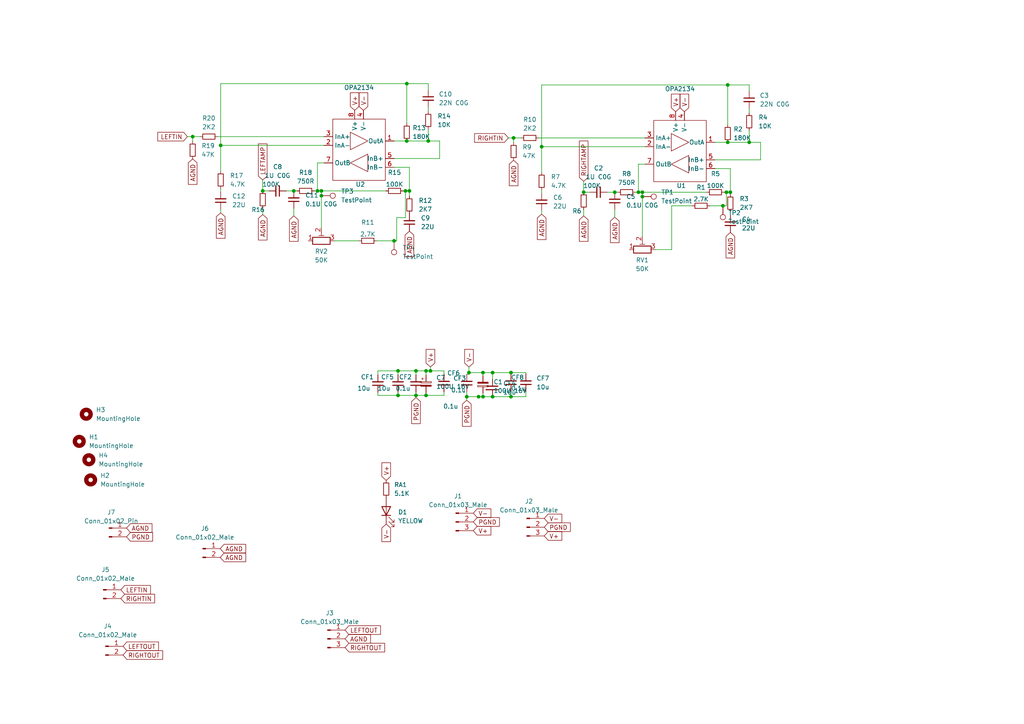
<source format=kicad_sch>
(kicad_sch (version 20230121) (generator eeschema)
  (paper "A4")
  (lib_symbols
    (symbol "Amplifier_Audio:OPA2134"
      (property "Reference" "U" (at 0 -2.54 0))
      (property "Value" "OPA2134" (at 0 0 0))
      (symbol "OPA2134_0_1"
        (rectangle (start -7.62 16.51) (end 7.62 -1.27))
        (polyline (pts (xy -2.54 12.7) (xy -2.54 7.62) (xy 2.54 10.16) (xy -2.54 12.7)))
        (polyline (pts (xy 2.54 6.35) (xy 2.54 1.27) (xy -2.54 3.81) (xy 2.54 6.35)))
      )
      (symbol "OPA2134_1_1"
        (pin output line (at 10.16 10.16 180) (length 2.54) (name "OutA") (number "1"))
        (pin input line (at -10.16 8.89 0) (length 2.54) (name "InA-") (number "2"))
        (pin input line (at -10.16 11.43 0) (length 2.54) (name "InA+") (number "3"))
        (pin input line (at 1.27 19.05 270) (length 2.54) (name "V-") (number "4"))
        (pin input line (at 10.16 5.08 180) (length 2.54) (name "InB+") (number "5"))
        (pin input line (at 10.16 2.54 180) (length 2.54) (name "InB-") (number "6"))
        (pin output line (at -10.16 3.81 0) (length 2.54) (name "OutB") (number "7"))
        (pin input line (at -1.27 19.05 270) (length 2.54) (name "V+") (number "8"))
      )
    )
    (symbol "Connector:Conn_01x02_Male" (pin_names (offset 1.016) hide)
      (property "Reference" "J" (at 0 2.54 0))
      (property "Value" "Conn_01x02_Male" (at 0 -5.08 0))
      (symbol "Conn_01x02_Male_1_1"
        (polyline (pts (xy 1.27 -2.54) (xy 0.8636 -2.54)) (stroke (width 0.1524)))
        (polyline (pts (xy 1.27 0) (xy 0.8636 0)) (stroke (width 0.1524)))
        (rectangle (start 0.8636 -2.413) (end 0 -2.667) (stroke (width 0.1524)) (fill (type outline)))
        (rectangle (start 0.8636 0.127) (end 0 -0.127) (stroke (width 0.1524)) (fill (type outline)))
        (pin passive line (at 5.08 0 180) (length 3.81) (name "Pin_1") (number "1"))
        (pin passive line (at 5.08 -2.54 180) (length 3.81) (name "Pin_2") (number "2"))
      )
    )
    (symbol "Connector:Conn_01x02_Pin" (pin_names (offset 1.016) hide)
      (property "Reference" "J" (at 0 2.54 0))
      (property "Value" "Conn_01x02_Pin" (at 0 -5.08 0))
      (symbol "Conn_01x02_Pin_1_1"
        (polyline (pts (xy 1.27 -2.54) (xy 0.8636 -2.54)) (stroke (width 0.1524)))
        (polyline (pts (xy 1.27 0) (xy 0.8636 0)) (stroke (width 0.1524)))
        (rectangle (start 0.8636 -2.413) (end 0 -2.667) (stroke (width 0.1524)) (fill (type outline)))
        (rectangle (start 0.8636 0.127) (end 0 -0.127) (stroke (width 0.1524)) (fill (type outline)))
        (pin passive line (at 5.08 0 180) (length 3.81) (name "Pin_1") (number "1"))
        (pin passive line (at 5.08 -2.54 180) (length 3.81) (name "Pin_2") (number "2"))
      )
    )
    (symbol "Connector:Conn_01x03_Male" (pin_names (offset 1.016) hide)
      (property "Reference" "J" (at 0 5.08 0))
      (property "Value" "Conn_01x03_Male" (at 0 -5.08 0))
      (symbol "Conn_01x03_Male_1_1"
        (polyline (pts (xy 1.27 -2.54) (xy 0.8636 -2.54)) (stroke (width 0.1524)))
        (polyline (pts (xy 1.27 0) (xy 0.8636 0)) (stroke (width 0.1524)))
        (polyline (pts (xy 1.27 2.54) (xy 0.8636 2.54)) (stroke (width 0.1524)))
        (rectangle (start 0.8636 -2.413) (end 0 -2.667) (stroke (width 0.1524)) (fill (type outline)))
        (rectangle (start 0.8636 0.127) (end 0 -0.127) (stroke (width 0.1524)) (fill (type outline)))
        (rectangle (start 0.8636 2.667) (end 0 2.413) (stroke (width 0.1524)) (fill (type outline)))
        (pin passive line (at 5.08 2.54 180) (length 3.81) (name "Pin_1") (number "1"))
        (pin passive line (at 5.08 0 180) (length 3.81) (name "Pin_2") (number "2"))
        (pin passive line (at 5.08 -2.54 180) (length 3.81) (name "Pin_3") (number "3"))
      )
    )
    (symbol "Connector:TestPoint" (pin_numbers hide) (pin_names (offset 0.762) hide)
      (property "Reference" "TP" (at 0 6.858 0))
      (property "Value" "TestPoint" (at 0 5.08 0))
      (symbol "TestPoint_0_1"
        (circle (center 0 3.302) (radius 0.762))
      )
      (symbol "TestPoint_1_1"
        (pin passive line (at 0 0 90) (length 2.54) (name "1") (number "1"))
      )
    )
    (symbol "Device:C_Polarized_Small" (pin_numbers hide) (pin_names (offset 0.254) hide)
      (property "Reference" "C" (at 0.254 1.778 0))
      (property "Value" "C_Polarized_Small" (at 0.254 -2.032 0))
      (symbol "C_Polarized_Small_0_1"
        (rectangle (start -1.524 -0.3048) (end 1.524 -0.6858) (fill (type outline)))
        (rectangle (start -1.524 0.6858) (end 1.524 0.3048))
        (polyline (pts (xy -1.27 1.524) (xy -0.762 1.524)))
        (polyline (pts (xy -1.016 1.27) (xy -1.016 1.778)))
      )
      (symbol "C_Polarized_Small_1_1"
        (pin passive line (at 0 2.54 270) (length 1.8542) (name "~") (number "1"))
        (pin passive line (at 0 -2.54 90) (length 1.8542) (name "~") (number "2"))
      )
    )
    (symbol "Device:C_Small" (pin_numbers hide) (pin_names (offset 0.254) hide)
      (property "Reference" "C" (at 0.254 1.778 0))
      (property "Value" "C_Small" (at 0.254 -2.032 0))
      (symbol "C_Small_0_1"
        (polyline (pts (xy -1.524 -0.508) (xy 1.524 -0.508)) (stroke (width 0.3302)))
        (polyline (pts (xy -1.524 0.508) (xy 1.524 0.508)) (stroke (width 0.3048)))
      )
      (symbol "C_Small_1_1"
        (pin passive line (at 0 2.54 270) (length 2.032) (name "~") (number "1"))
        (pin passive line (at 0 -2.54 90) (length 2.032) (name "~") (number "2"))
      )
    )
    (symbol "Device:LED" (pin_numbers hide) (pin_names (offset 1.016) hide)
      (property "Reference" "D" (at 0 2.54 0))
      (property "Value" "LED" (at 0 -2.54 0))
      (symbol "LED_0_1"
        (polyline (pts (xy -1.27 -1.27) (xy -1.27 1.27)) (stroke (width 0.254)))
        (polyline (pts (xy -1.27 0) (xy 1.27 0)))
        (polyline (pts (xy 1.27 -1.27) (xy 1.27 1.27) (xy -1.27 0) (xy 1.27 -1.27)) (stroke (width 0.254)))
        (polyline (pts (xy -3.048 -0.762) (xy -4.572 -2.286) (xy -3.81 -2.286) (xy -4.572 -2.286) (xy -4.572 -1.524)))
        (polyline (pts (xy -1.778 -0.762) (xy -3.302 -2.286) (xy -2.54 -2.286) (xy -3.302 -2.286) (xy -3.302 -1.524)))
      )
      (symbol "LED_1_1"
        (pin passive line (at -3.81 0 0) (length 2.54) (name "K") (number "1"))
        (pin passive line (at 3.81 0 180) (length 2.54) (name "A") (number "2"))
      )
    )
    (symbol "Device:R_Potentiometer_Trim" (pin_names (offset 1.016) hide)
      (property "Reference" "RV" (at -4.445 0 90))
      (property "Value" "R_Potentiometer_Trim" (at -2.54 0 90))
      (symbol "R_Potentiometer_Trim_0_1"
        (polyline (pts (xy 1.524 0.762) (xy 1.524 -0.762)))
        (polyline (pts (xy 2.54 0) (xy 1.524 0)))
        (rectangle (start 1.016 2.54) (end -1.016 -2.54) (stroke (width 0.254)))
      )
      (symbol "R_Potentiometer_Trim_1_1"
        (pin passive line (at 0 3.81 270) (length 1.27) (name "1") (number "1"))
        (pin passive line (at 3.81 0 180) (length 1.27) (name "2") (number "2"))
        (pin passive line (at 0 -3.81 90) (length 1.27) (name "3") (number "3"))
      )
    )
    (symbol "Device:R_Small" (pin_numbers hide) (pin_names (offset 0.254) hide)
      (property "Reference" "R" (at 0.762 0.508 0))
      (property "Value" "R_Small" (at 0.762 -1.016 0))
      (symbol "R_Small_0_1"
        (rectangle (start -0.762 1.778) (end 0.762 -1.778) (stroke (width 0.2032)))
      )
      (symbol "R_Small_1_1"
        (pin passive line (at 0 2.54 270) (length 0.762) (name "~") (number "1"))
        (pin passive line (at 0 -2.54 90) (length 0.762) (name "~") (number "2"))
      )
    )
    (symbol "Mechanical:MountingHole" (pin_names (offset 1.016))
      (property "Reference" "H" (at 0 5.08 0))
      (property "Value" "MountingHole" (at 0 3.175 0))
      (symbol "MountingHole_0_1"
        (circle (center 0 0) (radius 1.27) (stroke (width 1.27)))
      )
    )
  )
  (junction (at 92.075 55.372))
  (junction (at 178.308 55.753))
  (junction (at 117.602 55.372))
  (junction (at 186.309 57.023))
  (junction (at 115.443 107.569))
  (junction (at 185.166 55.753))
  (junction (at 211.074 24.638))
  (junction (at 123.571 114.681))
  (junction (at 123.571 107.569))
  (junction (at 148.209 108.077))
  (junction (at 157.099 42.545))
  (junction (at 124.206 40.894))
  (junction (at 142.875 115.062))
  (junction (at 118.745 55.372))
  (junction (at 93.218 55.372))
  (junction (at 186.309 55.753))
  (junction (at 210.693 55.753))
  (junction (at 211.074 41.275))
  (junction (at 135.382 115.062))
  (junction (at 136.017 108.077))
  (junction (at 64.008 42.164))
  (junction (at 117.983 24.257))
  (junction (at 76.2 55.372))
  (junction (at 209.677 59.69))
  (junction (at 140.081 115.062))
  (junction (at 211.836 55.753))
  (junction (at 93.218 56.769))
  (junction (at 124.841 107.569))
  (junction (at 120.65 107.569))
  (junction (at 55.88 39.624))
  (junction (at 148.971 40.005))
  (junction (at 115.443 114.681))
  (junction (at 117.983 40.894))
  (junction (at 114.3 69.85))
  (junction (at 142.875 108.077))
  (junction (at 120.65 114.681))
  (junction (at 169.291 55.753))
  (junction (at 85.217 55.372))
  (junction (at 140.081 108.077))
  (junction (at 217.297 41.275))
  (junction (at 138.811 115.062))
  (junction (at 148.209 115.062))
  (wire (pts (xy 124.206 32.385) (xy 124.206 31.115)))
  (wire (pts (xy 117.602 55.372) (xy 118.745 55.372)))
  (wire (pts (xy 118.745 48.514) (xy 118.745 55.372)))
  (wire (pts (xy 92.075 47.244) (xy 93.98 47.244)))
  (wire (pts (xy 157.099 56.007) (xy 157.099 55.118)))
  (wire (pts (xy 178.308 62.992) (xy 178.308 60.833)))
  (wire (pts (xy 117.983 24.257) (xy 117.983 35.814)))
  (wire (pts (xy 118.745 55.372) (xy 118.745 56.896)))
  (wire (pts (xy 152.527 108.077) (xy 148.209 108.077)))
  (wire (pts (xy 185.166 55.753) (xy 185.166 47.625)))
  (wire (pts (xy 186.309 55.753) (xy 185.166 55.753)))
  (wire (pts (xy 115.062 69.85) (xy 114.3 69.85)))
  (wire (pts (xy 115.443 114.681) (xy 120.65 114.681)))
  (wire (pts (xy 136.017 108.077) (xy 140.081 108.077)))
  (wire (pts (xy 76.2 62.23) (xy 76.2 60.452)))
  (wire (pts (xy 93.218 55.372) (xy 111.887 55.372)))
  (wire (pts (xy 211.074 24.638) (xy 211.074 36.195)))
  (wire (pts (xy 114.3 45.974) (xy 127.508 45.974)))
  (wire (pts (xy 123.571 108.839) (xy 123.571 107.569)))
  (wire (pts (xy 123.571 113.919) (xy 123.571 114.681)))
  (wire (pts (xy 115.443 108.712) (xy 115.443 107.569)))
  (wire (pts (xy 185.166 47.625) (xy 187.071 47.625)))
  (wire (pts (xy 184.277 55.753) (xy 185.166 55.753)))
  (wire (pts (xy 123.571 114.681) (xy 128.778 114.681)))
  (wire (pts (xy 128.778 108.585) (xy 128.778 107.569)))
  (wire (pts (xy 140.081 114.046) (xy 140.081 115.062)))
  (wire (pts (xy 148.971 41.402) (xy 148.971 40.005)))
  (wire (pts (xy 186.309 57.023) (xy 186.309 55.753)))
  (wire (pts (xy 217.297 24.638) (xy 211.074 24.638)))
  (wire (pts (xy 169.291 62.611) (xy 169.291 60.833)))
  (wire (pts (xy 93.218 55.372) (xy 92.075 55.372)))
  (wire (pts (xy 114.3 48.514) (xy 118.745 48.514)))
  (wire (pts (xy 148.971 40.005) (xy 151.13 40.005)))
  (wire (pts (xy 127.508 40.894) (xy 127.508 45.974)))
  (wire (pts (xy 211.836 62.357) (xy 211.836 61.468)))
  (wire (pts (xy 152.527 115.062) (xy 148.209 115.062)))
  (wire (pts (xy 157.099 24.638) (xy 211.074 24.638)))
  (wire (pts (xy 117.602 55.372) (xy 117.602 63.119)))
  (wire (pts (xy 148.209 108.077) (xy 142.875 108.077)))
  (wire (pts (xy 109.601 107.569) (xy 115.443 107.569)))
  (wire (pts (xy 140.081 115.062) (xy 142.875 115.062)))
  (wire (pts (xy 83.058 55.372) (xy 85.217 55.372)))
  (wire (pts (xy 64.008 61.722) (xy 64.008 60.706)))
  (wire (pts (xy 124.841 107.569) (xy 123.571 107.569)))
  (wire (pts (xy 120.65 107.569) (xy 120.65 108.712)))
  (wire (pts (xy 109.601 114.681) (xy 115.443 114.681)))
  (wire (pts (xy 64.008 24.257) (xy 117.983 24.257)))
  (wire (pts (xy 207.391 46.355) (xy 220.599 46.355)))
  (wire (pts (xy 217.297 41.275) (xy 220.599 41.275)))
  (wire (pts (xy 63.119 39.624) (xy 93.98 39.624)))
  (wire (pts (xy 64.008 42.164) (xy 93.98 42.164)))
  (wire (pts (xy 157.099 42.545) (xy 187.071 42.545)))
  (wire (pts (xy 136.017 106.426) (xy 136.017 108.077)))
  (wire (pts (xy 138.684 114.935) (xy 138.811 115.062)))
  (wire (pts (xy 76.2 52.197) (xy 76.2 55.372)))
  (wire (pts (xy 91.186 55.372) (xy 92.075 55.372)))
  (wire (pts (xy 124.206 24.257) (xy 117.983 24.257)))
  (wire (pts (xy 124.206 37.465) (xy 124.206 40.894)))
  (wire (pts (xy 211.836 55.753) (xy 211.836 56.388)))
  (wire (pts (xy 178.308 55.753) (xy 179.197 55.753)))
  (wire (pts (xy 109.601 113.792) (xy 109.601 114.681)))
  (wire (pts (xy 109.601 108.712) (xy 109.601 107.569)))
  (wire (pts (xy 157.099 42.545) (xy 157.099 50.038)))
  (wire (pts (xy 117.983 40.894) (xy 124.206 40.894)))
  (wire (pts (xy 211.074 41.275) (xy 217.297 41.275)))
  (wire (pts (xy 136.017 108.585) (xy 135.382 108.585)))
  (wire (pts (xy 128.778 107.569) (xy 124.841 107.569)))
  (wire (pts (xy 85.217 62.611) (xy 85.217 60.452)))
  (wire (pts (xy 124.206 26.035) (xy 124.206 24.257)))
  (wire (pts (xy 156.21 40.005) (xy 187.071 40.005)))
  (wire (pts (xy 140.081 108.966) (xy 140.081 108.077)))
  (wire (pts (xy 115.062 63.119) (xy 115.062 69.85)))
  (wire (pts (xy 194.818 59.69) (xy 194.818 72.39)))
  (wire (pts (xy 93.218 56.769) (xy 93.218 66.04)))
  (wire (pts (xy 186.309 57.023) (xy 186.309 68.58)))
  (wire (pts (xy 124.206 40.894) (xy 127.508 40.894)))
  (wire (pts (xy 92.075 55.372) (xy 92.075 47.244)))
  (wire (pts (xy 157.099 62.103) (xy 157.099 61.087)))
  (wire (pts (xy 114.3 69.85) (xy 109.22 69.85)))
  (wire (pts (xy 135.382 113.665) (xy 135.382 115.062)))
  (wire (pts (xy 140.081 108.077) (xy 142.875 108.077)))
  (wire (pts (xy 148.209 108.458) (xy 148.209 108.077)))
  (wire (pts (xy 186.309 55.753) (xy 204.978 55.753)))
  (wire (pts (xy 104.14 69.85) (xy 97.028 69.85)))
  (wire (pts (xy 210.693 55.753) (xy 211.836 55.753)))
  (wire (pts (xy 64.008 42.164) (xy 64.008 49.657)))
  (wire (pts (xy 120.65 114.681) (xy 123.571 114.681)))
  (wire (pts (xy 194.818 72.39) (xy 190.119 72.39)))
  (wire (pts (xy 147.447 40.005) (xy 148.971 40.005)))
  (wire (pts (xy 220.599 41.275) (xy 220.599 46.355)))
  (wire (pts (xy 55.88 41.021) (xy 55.88 39.624)))
  (wire (pts (xy 210.693 55.753) (xy 210.693 59.69)))
  (wire (pts (xy 169.291 55.753) (xy 171.069 55.753)))
  (wire (pts (xy 217.297 26.416) (xy 217.297 24.638)))
  (wire (pts (xy 55.88 39.624) (xy 58.039 39.624)))
  (wire (pts (xy 117.602 63.119) (xy 115.062 63.119)))
  (wire (pts (xy 115.443 113.792) (xy 115.443 114.681)))
  (wire (pts (xy 114.3 40.894) (xy 117.983 40.894)))
  (wire (pts (xy 124.841 106.426) (xy 124.841 107.569)))
  (wire (pts (xy 217.297 37.846) (xy 217.297 41.275)))
  (wire (pts (xy 54.356 39.624) (xy 55.88 39.624)))
  (wire (pts (xy 152.527 108.458) (xy 152.527 108.077)))
  (wire (pts (xy 205.867 59.69) (xy 209.677 59.69)))
  (wire (pts (xy 116.967 55.372) (xy 117.602 55.372)))
  (wire (pts (xy 120.65 114.681) (xy 120.65 115.316)))
  (wire (pts (xy 64.008 42.164) (xy 64.008 24.257)))
  (wire (pts (xy 148.209 113.538) (xy 148.209 115.062)))
  (wire (pts (xy 169.291 52.578) (xy 169.291 55.753)))
  (wire (pts (xy 93.218 56.769) (xy 93.218 55.372)))
  (wire (pts (xy 152.527 113.538) (xy 152.527 115.062)))
  (wire (pts (xy 64.008 55.626) (xy 64.008 54.737)))
  (wire (pts (xy 210.693 59.69) (xy 209.677 59.69)))
  (wire (pts (xy 136.017 108.077) (xy 136.017 108.585)))
  (wire (pts (xy 210.058 55.753) (xy 210.693 55.753)))
  (wire (pts (xy 157.099 42.545) (xy 157.099 24.638)))
  (wire (pts (xy 128.778 113.665) (xy 128.778 114.681)))
  (wire (pts (xy 207.391 48.895) (xy 211.836 48.895)))
  (wire (pts (xy 142.875 109.982) (xy 142.875 108.077)))
  (wire (pts (xy 138.811 115.062) (xy 140.081 115.062)))
  (wire (pts (xy 148.209 115.062) (xy 142.875 115.062)))
  (wire (pts (xy 123.571 107.569) (xy 120.65 107.569)))
  (wire (pts (xy 217.297 32.766) (xy 217.297 31.496)))
  (wire (pts (xy 194.818 59.69) (xy 200.787 59.69)))
  (wire (pts (xy 176.149 55.753) (xy 178.308 55.753)))
  (wire (pts (xy 120.65 113.792) (xy 120.65 114.681)))
  (wire (pts (xy 135.382 115.062) (xy 138.811 115.062)))
  (wire (pts (xy 211.836 48.895) (xy 211.836 55.753)))
  (wire (pts (xy 76.2 55.372) (xy 77.978 55.372)))
  (wire (pts (xy 115.443 107.569) (xy 120.65 107.569)))
  (wire (pts (xy 135.382 115.062) (xy 135.382 116.078)))
  (wire (pts (xy 85.217 55.372) (xy 86.106 55.372)))
  (wire (pts (xy 207.391 41.275) (xy 211.074 41.275)))
  (global_label "AGND" (shape input) (at 118.745 67.056 270) (property "Intersheetrefs" "${INTERSHEET_REFS}" (effects hide)))
  (global_label "RIGHTOUT" (shape input) (at 35.687 189.992 0) (property "Intersheetrefs" "${INTERSHEET_REFS}" (effects hide)))
  (global_label "AGND" (shape input) (at 63.881 159.131 0) (property "Intersheetrefs" "${INTERSHEET_REFS}" (effects hide)))
  (global_label "AGND" (shape input) (at 63.881 161.671 0) (property "Intersheetrefs" "${INTERSHEET_REFS}" (effects hide)))
  (global_label "LEFTIN" (shape input) (at 54.356 39.624 180) (property "Intersheetrefs" "${INTERSHEET_REFS}" (effects hide)))
  (global_label "AGND" (shape input) (at 55.88 46.101 270) (property "Intersheetrefs" "${INTERSHEET_REFS}" (effects hide)))
  (global_label "PGND" (shape input) (at 157.861 152.908 0) (property "Intersheetrefs" "${INTERSHEET_REFS}" (effects hide)))
  (global_label "V-" (shape input) (at 105.41 32.004 90) (property "Intersheetrefs" "${INTERSHEET_REFS}" (effects hide)))
  (global_label "AGND" (shape input) (at 169.291 62.611 270) (property "Intersheetrefs" "${INTERSHEET_REFS}" (effects hide)))
  (global_label "AGND" (shape input) (at 178.308 62.992 270) (property "Intersheetrefs" "${INTERSHEET_REFS}" (effects hide)))
  (global_label "AGND" (shape input) (at 76.2 62.23 270) (property "Intersheetrefs" "${INTERSHEET_REFS}" (effects hide)))
  (global_label "AGND" (shape input) (at 85.217 62.611 270) (property "Intersheetrefs" "${INTERSHEET_REFS}" (effects hide)))
  (global_label "PGND" (shape input) (at 120.65 115.316 270) (property "Intersheetrefs" "${INTERSHEET_REFS}" (effects hide)))
  (global_label "PGND" (shape input) (at 36.703 155.702 0) (property "Intersheetrefs" "${INTERSHEET_REFS}" (effects hide)))
  (global_label "LEFTAMP" (shape input) (at 76.2 52.197 90) (property "Intersheetrefs" "${INTERSHEET_REFS}" (effects hide)))
  (global_label "V-" (shape input) (at 112.014 152.019 270) (property "Intersheetrefs" "${INTERSHEET_REFS}" (effects hide)))
  (global_label "V-" (shape input) (at 157.861 150.368 0) (property "Intersheetrefs" "${INTERSHEET_REFS}" (effects hide)))
  (global_label "AGND" (shape input) (at 64.008 61.722 270) (property "Intersheetrefs" "${INTERSHEET_REFS}" (effects hide)))
  (global_label "V-" (shape input) (at 136.017 106.426 90) (property "Intersheetrefs" "${INTERSHEET_REFS}" (effects hide)))
  (global_label "V+" (shape input) (at 137.287 153.924 0) (property "Intersheetrefs" "${INTERSHEET_REFS}" (effects hide)))
  (global_label "AGND" (shape input) (at 157.099 62.103 270) (property "Intersheetrefs" "${INTERSHEET_REFS}" (effects hide)))
  (global_label "RIGHTOUT" (shape input) (at 100.076 187.833 0) (property "Intersheetrefs" "${INTERSHEET_REFS}" (effects hide)))
  (global_label "V+" (shape input) (at 157.861 155.448 0) (property "Intersheetrefs" "${INTERSHEET_REFS}" (effects hide)))
  (global_label "LEFTIN" (shape input) (at 35.052 171.069 0) (property "Intersheetrefs" "${INTERSHEET_REFS}" (effects hide)))
  (global_label "RIGHTIN" (shape input) (at 147.447 40.005 180) (property "Intersheetrefs" "${INTERSHEET_REFS}" (effects hide)))
  (global_label "RIGHTIN" (shape input) (at 35.052 173.609 0) (property "Intersheetrefs" "${INTERSHEET_REFS}" (effects hide)))
  (global_label "AGND" (shape input) (at 36.703 153.162 0) (property "Intersheetrefs" "${INTERSHEET_REFS}" (effects hide)))
  (global_label "V-" (shape input) (at 198.501 32.385 90) (property "Intersheetrefs" "${INTERSHEET_REFS}" (effects hide)))
  (global_label "V-" (shape input) (at 137.287 148.844 0) (property "Intersheetrefs" "${INTERSHEET_REFS}" (effects hide)))
  (global_label "V+" (shape input) (at 195.961 32.385 90) (property "Intersheetrefs" "${INTERSHEET_REFS}" (effects hide)))
  (global_label "V+" (shape input) (at 112.014 139.319 90) (property "Intersheetrefs" "${INTERSHEET_REFS}" (effects hide)))
  (global_label "PGND" (shape input) (at 135.382 116.078 270) (property "Intersheetrefs" "${INTERSHEET_REFS}" (effects hide)))
  (global_label "LEFTOUT" (shape input) (at 35.687 187.452 0) (property "Intersheetrefs" "${INTERSHEET_REFS}" (effects hide)))
  (global_label "AGND" (shape input) (at 100.076 185.293 0) (property "Intersheetrefs" "${INTERSHEET_REFS}" (effects hide)))
  (global_label "LEFTOUT" (shape input) (at 100.076 182.753 0) (property "Intersheetrefs" "${INTERSHEET_REFS}" (effects hide)))
  (global_label "V+" (shape input) (at 124.841 106.426 90) (property "Intersheetrefs" "${INTERSHEET_REFS}" (effects hide)))
  (global_label "PGND" (shape input) (at 137.287 151.384 0) (property "Intersheetrefs" "${INTERSHEET_REFS}" (effects hide)))
  (global_label "AGND" (shape input) (at 148.971 46.482 270) (property "Intersheetrefs" "${INTERSHEET_REFS}" (effects hide)))
  (global_label "V+" (shape input) (at 102.87 32.004 90) (property "Intersheetrefs" "${INTERSHEET_REFS}" (effects hide)))
  (global_label "RIGHTAMP" (shape input) (at 169.291 52.578 90) (property "Intersheetrefs" "${INTERSHEET_REFS}" (effects hide)))
  (global_label "AGND" (shape input) (at 211.836 67.437 270) (property "Intersheetrefs" "${INTERSHEET_REFS}" (effects hide)))
  (symbol (lib_id "Device:R_Small") (at 203.327 59.69 90) (unit 1)
    (property "Reference" "R1" (at 203.327 54.356 90))
    (property "Value" "2.7K" (at 203.327 57.785 90))
    (property "Footprint" "Resistor_SMD:R_0805_2012Metric_Pad1.20x1.40mm_HandSolder" (effects hide))
  )
  (symbol (lib_id "Device:R_Small") (at 211.836 58.928 180) (unit 1)
    (property "Reference" "R3" (at 214.503 57.6579 0) (effects (justify right)))
    (property "Value" "2K7" (at 214.503 60.1979 0) (effects (justify right)))
    (property "Footprint" "Resistor_SMD:R_0805_2012Metric_Pad1.20x1.40mm_HandSolder" (effects hide))
  )
  (symbol (lib_id "Connector:Conn_01x03_Male") (at 132.207 151.384 0) (unit 1)
    (property "Reference" "J1" (at 132.842 143.891 0))
    (property "Value" "Conn_01x03_Male" (at 132.842 146.431 0))
    (property "Footprint" "Connector_JST:JST_PH_B3B-PH-K_1x03_P2.00mm_Vertical" (effects hide))
  )
  (symbol (lib_id "Device:C_Polarized_Small") (at 123.571 111.379 0) (unit 1)
    (property "Reference" "C7" (at 126.492 109.5628 0) (effects (justify left)))
    (property "Value" "100U 16V" (at 126.492 112.1028 0) (effects (justify left)))
    (property "Footprint" "Capacitor_THT:CP_Radial_D6.3mm_P2.50mm" (effects hide))
  )
  (symbol (lib_id "Device:R_Small") (at 148.971 43.942 180) (unit 1)
    (property "Reference" "R9" (at 151.511 42.6719 0) (effects (justify right)))
    (property "Value" "47K" (at 151.511 45.2119 0) (effects (justify right)))
    (property "Footprint" "Resistor_SMD:R_0805_2012Metric_Pad1.20x1.40mm_HandSolder" (effects hide))
  )
  (symbol (lib_id "Mechanical:MountingHole") (at 22.987 128.016 0) (unit 1)
    (property "Reference" "H1" (at 25.781 126.7459 0) (effects (justify left)))
    (property "Value" "MountingHole" (at 25.781 129.2859 0) (effects (justify left)))
    (property "Footprint" "MountingHole:MountingHole_3.2mm_M3" (effects hide))
  )
  (symbol (lib_id "Device:R_Small") (at 60.579 39.624 90) (unit 1)
    (property "Reference" "R20" (at 60.579 34.29 90))
    (property "Value" "2K2" (at 60.579 36.83 90))
    (property "Footprint" "Resistor_SMD:R_0805_2012Metric_Pad1.20x1.40mm_HandSolder" (effects hide))
  )
  (symbol (lib_id "Device:C_Polarized_Small") (at 140.081 111.506 180) (unit 1)
    (property "Reference" "C1" (at 143.129 110.782 0) (effects (justify right)))
    (property "Value" "100U 16V" (at 143.129 113.322 0) (effects (justify right)))
    (property "Footprint" "Capacitor_THT:CP_Radial_D6.3mm_P2.50mm" (effects hide))
  )
  (symbol (lib_id "Connector:TestPoint") (at 93.218 56.769 270) (unit 1)
    (property "Reference" "TP3" (at 98.933 55.4989 90) (effects (justify left)))
    (property "Value" "TestPoint" (at 98.933 58.0389 90) (effects (justify left)))
    (property "Footprint" "TestPoint:TestPoint_THTPad_1.5x1.5mm_Drill0.7mm" (effects hide))
  )
  (symbol (lib_id "Device:R_Small") (at 55.88 43.561 180) (unit 1)
    (property "Reference" "R19" (at 58.42 42.2909 0) (effects (justify right)))
    (property "Value" "47K" (at 58.42 44.8309 0) (effects (justify right)))
    (property "Footprint" "Resistor_SMD:R_0805_2012Metric_Pad1.20x1.40mm_HandSolder" (effects hide))
  )
  (symbol (lib_id "Device:C_Small") (at 217.297 28.956 0) (unit 1)
    (property "Reference" "C3" (at 220.345 27.6922 0) (effects (justify left)))
    (property "Value" "22N C0G" (at 220.345 30.2322 0) (effects (justify left)))
    (property "Footprint" "Capacitor_SMD:C_0805_2012Metric_Pad1.18x1.45mm_HandSolder" (effects hide))
  )
  (symbol (lib_id "Device:R_Small") (at 64.008 52.197 180) (unit 1)
    (property "Reference" "R17" (at 66.675 50.9269 0) (effects (justify right)))
    (property "Value" "4.7K" (at 66.675 53.4669 0) (effects (justify right)))
    (property "Footprint" "Resistor_SMD:R_0805_2012Metric_Pad1.20x1.40mm_HandSolder" (effects hide))
  )
  (symbol (lib_id "Device:R_Small") (at 124.206 34.925 180) (unit 1)
    (property "Reference" "R14" (at 126.873 33.6549 0) (effects (justify right)))
    (property "Value" "10K" (at 126.873 36.1949 0) (effects (justify right)))
    (property "Footprint" "Resistor_SMD:R_0805_2012Metric_Pad1.20x1.40mm_HandSolder" (effects hide))
  )
  (symbol (lib_id "Connector:Conn_01x02_Male") (at 29.972 171.069 0) (unit 1)
    (property "Reference" "J5" (at 30.607 165.227 0))
    (property "Value" "Conn_01x02_Male" (at 30.607 167.767 0))
    (property "Footprint" "Connector_JST:JST_PH_B2B-PH-K_1x02_P2.00mm_Vertical" (effects hide))
  )
  (symbol (lib_id "Device:R_Small") (at 211.074 38.735 0) (unit 1)
    (property "Reference" "R2" (at 212.725 37.4649 0) (effects (justify left)))
    (property "Value" "180K" (at 212.725 40.0049 0) (effects (justify left)))
    (property "Footprint" "Resistor_SMD:R_0805_2012Metric_Pad1.20x1.40mm_HandSolder" (effects hide))
  )
  (symbol (lib_id "Device:R_Small") (at 114.427 55.372 90) (unit 1)
    (property "Reference" "R15" (at 114.427 50.038 90))
    (property "Value" "100K" (at 114.427 53.467 90))
    (property "Footprint" "Resistor_SMD:R_0805_2012Metric_Pad1.20x1.40mm_HandSolder" (effects hide))
  )
  (symbol (lib_id "Device:C_Small") (at 80.518 55.372 270) (unit 1)
    (property "Reference" "C8" (at 80.5116 48.387 90))
    (property "Value" "1U C0G" (at 80.5116 50.927 90))
    (property "Footprint" "Capacitor_THT:CP_Radial_D5.0mm_P2.00mm" (effects hide))
  )
  (symbol (lib_id "Device:R_Small") (at 106.68 69.85 90) (unit 1)
    (property "Reference" "R11" (at 106.68 64.516 90))
    (property "Value" "2.7K" (at 106.68 67.945 90))
    (property "Footprint" "Resistor_SMD:R_0805_2012Metric_Pad1.20x1.40mm_HandSolder" (effects hide))
  )
  (symbol (lib_id "Mechanical:MountingHole") (at 26.289 139.192 0) (unit 1)
    (property "Reference" "H2" (at 29.083 137.9219 0) (effects (justify left)))
    (property "Value" "MountingHole" (at 29.083 140.4619 0) (effects (justify left)))
    (property "Footprint" "MountingHole:MountingHole_3.2mm_M3" (effects hide))
  )
  (symbol (lib_id "Device:R_Small") (at 112.014 141.859 180) (unit 1)
    (property "Reference" "RA1" (at 114.3 140.5889 0) (effects (justify right)))
    (property "Value" "5.1K" (at 114.3 143.1289 0) (effects (justify right)))
    (property "Footprint" "Resistor_SMD:R_0603_1608Metric" (effects hide))
  )
  (symbol (lib_id "Device:C_Small") (at 178.308 58.293 180) (unit 1)
    (property "Reference" "C5" (at 181.61 57.0165 0) (effects (justify right)))
    (property "Value" "0.1U C0G" (at 181.61 59.5565 0) (effects (justify right)))
    (property "Footprint" "Capacitor_SMD:C_1206_3216Metric_Pad1.33x1.80mm_HandSolder" (effects hide))
  )
  (symbol (lib_id "Device:R_Small") (at 153.67 40.005 90) (unit 1)
    (property "Reference" "R10" (at 153.67 34.671 90))
    (property "Value" "2K2" (at 153.67 37.211 90))
    (property "Footprint" "Resistor_SMD:R_0805_2012Metric_Pad1.20x1.40mm_HandSolder" (effects hide))
  )
  (symbol (lib_id "Device:LED") (at 112.014 148.209 90) (unit 1)
    (property "Reference" "D1" (at 115.443 148.5264 90) (effects (justify right)))
    (property "Value" "YELLOW" (at 115.443 151.0664 90) (effects (justify right)))
    (property "Footprint" "LED_SMD:LED_0805_2012Metric_Pad1.15x1.40mm_HandSolder" (effects hide))
  )
  (symbol (lib_id "Device:C_Small") (at 173.609 55.753 270) (unit 1)
    (property "Reference" "C2" (at 173.6026 48.768 90))
    (property "Value" "1U C0G" (at 173.6026 51.308 90))
    (property "Footprint" "Capacitor_THT:CP_Radial_D5.0mm_P2.00mm" (effects hide))
  )
  (symbol (lib_id "Device:R_Potentiometer_Trim") (at 93.218 69.85 90) (unit 1)
    (property "Reference" "RV2" (at 93.218 72.898 90))
    (property "Value" "50K" (at 93.218 75.438 90))
    (property "Footprint" "Potentiometer_THT:Potentiometer_Bourns_3296W_Vertical" (effects hide))
  )
  (symbol (lib_id "Device:R_Potentiometer_Trim") (at 186.309 72.39 90) (unit 1)
    (property "Reference" "RV1" (at 186.309 75.438 90))
    (property "Value" "50K" (at 186.309 77.978 90))
    (property "Footprint" "Potentiometer_THT:Potentiometer_Bourns_3296W_Vertical" (effects hide))
  )
  (symbol (lib_id "Device:C_Small") (at 109.601 111.252 180) (unit 1)
    (property "Reference" "CF1" (at 104.648 109.347 0) (effects (justify right)))
    (property "Value" "10u" (at 103.632 112.649 0) (effects (justify right)))
    (property "Footprint" "Capacitor_SMD:C_1206_3216Metric_Pad1.33x1.80mm_HandSolder" (effects hide))
  )
  (symbol (lib_id "Device:R_Small") (at 118.745 59.436 180) (unit 1)
    (property "Reference" "R12" (at 121.412 58.1659 0) (effects (justify right)))
    (property "Value" "2K7" (at 121.412 60.7059 0) (effects (justify right)))
    (property "Footprint" "Resistor_SMD:R_0805_2012Metric_Pad1.20x1.40mm_HandSolder" (effects hide))
  )
  (symbol (lib_id "Mechanical:MountingHole") (at 25.781 133.35 0) (unit 1)
    (property "Reference" "H4" (at 28.575 132.0799 0) (effects (justify left)))
    (property "Value" "MountingHole" (at 28.575 134.6199 0) (effects (justify left)))
    (property "Footprint" "MountingHole:MountingHole_3.2mm_M3" (effects hide))
  )
  (symbol (lib_id "Device:C_Small") (at 211.836 64.897 180) (unit 1)
    (property "Reference" "C4" (at 215.138 63.6205 0) (effects (justify right)))
    (property "Value" "22U" (at 215.138 66.1605 0) (effects (justify right)))
    (property "Footprint" "Capacitor_THT:CP_Radial_D6.3mm_P2.50mm" (effects hide))
  )
  (symbol (lib_id "Mechanical:MountingHole") (at 25.019 120.142 0) (unit 1)
    (property "Reference" "H3" (at 27.813 118.8719 0) (effects (justify left)))
    (property "Value" "MountingHole" (at 27.813 121.4119 0) (effects (justify left)))
    (property "Footprint" "MountingHole:MountingHole_3.2mm_M3" (effects hide))
  )
  (symbol (lib_id "Device:R_Small") (at 169.291 58.293 180) (unit 1)
    (property "Reference" "R6" (at 165.989 61.214 0) (effects (justify right)))
    (property "Value" "100K" (at 169.164 53.848 0) (effects (justify right)))
    (property "Footprint" "Resistor_SMD:R_0805_2012Metric_Pad1.20x1.40mm_HandSolder" (effects hide))
  )
  (symbol (lib_id "Connector:Conn_01x02_Pin") (at 31.623 153.162 0) (unit 1)
    (property "Reference" "J7" (at 32.258 148.59 0))
    (property "Value" "Conn_01x02_Pin" (at 32.258 151.13 0))
    (property "Footprint" "Connector_PinHeader_2.54mm:PinHeader_1x02_P2.54mm_Vertical" (effects hide))
  )
  (symbol (lib_id "Amplifier_Audio:OPA2134") (at 197.231 51.435 0) (unit 1)
    (property "Reference" "U1" (at 197.612 53.848 0))
    (property "Value" "OPA2134" (at 197.231 25.781 0))
    (property "Footprint" "Package_DIP:DIP-8_W7.62mm_Socket" (effects hide))
  )
  (symbol (lib_id "Device:R_Small") (at 88.646 55.372 90) (unit 1)
    (property "Reference" "R18" (at 88.646 50.038 90))
    (property "Value" "750R" (at 88.646 52.578 90))
    (property "Footprint" "Resistor_SMD:R_0805_2012Metric_Pad1.20x1.40mm_HandSolder" (effects hide))
  )
  (symbol (lib_id "Device:C_Small") (at 152.527 110.998 180) (unit 1)
    (property "Reference" "CF7" (at 155.575 109.7215 0) (effects (justify right)))
    (property "Value" "10u" (at 155.575 112.2615 0) (effects (justify right)))
    (property "Footprint" "Capacitor_SMD:C_1206_3216Metric_Pad1.33x1.80mm_HandSolder" (effects hide))
  )
  (symbol (lib_id "Device:R_Small") (at 157.099 52.578 180) (unit 1)
    (property "Reference" "R7" (at 159.766 51.3079 0) (effects (justify right)))
    (property "Value" "4.7K" (at 159.766 53.8479 0) (effects (justify right)))
    (property "Footprint" "Resistor_SMD:R_0805_2012Metric_Pad1.20x1.40mm_HandSolder" (effects hide))
  )
  (symbol (lib_id "Device:C_Small") (at 120.65 111.252 180) (unit 1)
    (property "Reference" "CF2" (at 115.697 109.347 0) (effects (justify right)))
    (property "Value" "0.1u" (at 114.681 112.649 0) (effects (justify right)))
    (property "Footprint" "Capacitor_SMD:C_0805_2012Metric_Pad1.18x1.45mm_HandSolder" (effects hide))
  )
  (symbol (lib_id "Device:C_Small") (at 148.209 110.998 180) (unit 1)
    (property "Reference" "CF8" (at 148.209 109.474 0) (effects (justify right)))
    (property "Value" "0.1u" (at 148.209 112.649 0) (effects (justify right)))
    (property "Footprint" "Capacitor_SMD:C_0805_2012Metric_Pad1.18x1.45mm_HandSolder" (effects hide))
  )
  (symbol (lib_id "Connector:TestPoint") (at 114.3 69.85 180) (unit 1)
    (property "Reference" "TP4" (at 116.713 71.8819 0) (effects (justify right)))
    (property "Value" "TestPoint" (at 116.713 74.4219 0) (effects (justify right)))
    (property "Footprint" "TestPoint:TestPoint_THTPad_1.5x1.5mm_Drill0.7mm" (effects hide))
  )
  (symbol (lib_id "Device:C_Small") (at 157.099 58.547 180) (unit 1)
    (property "Reference" "C6" (at 160.401 57.2705 0) (effects (justify right)))
    (property "Value" "22U" (at 160.401 59.8105 0) (effects (justify right)))
    (property "Footprint" "Capacitor_THT:CP_Radial_D6.3mm_P2.50mm" (effects hide))
  )
  (symbol (lib_id "Device:C_Small") (at 118.745 64.516 180) (unit 1)
    (property "Reference" "C9" (at 122.047 63.2395 0) (effects (justify right)))
    (property "Value" "22U" (at 122.047 65.7795 0) (effects (justify right)))
    (property "Footprint" "Capacitor_THT:CP_Radial_D6.3mm_P2.50mm" (effects hide))
  )
  (symbol (lib_id "Device:R_Small") (at 117.983 38.354 0) (unit 1)
    (property "Reference" "R13" (at 119.634 37.0839 0) (effects (justify left)))
    (property "Value" "180K" (at 119.634 39.6239 0) (effects (justify left)))
    (property "Footprint" "Resistor_SMD:R_0805_2012Metric_Pad1.20x1.40mm_HandSolder" (effects hide))
  )
  (symbol (lib_id "Device:C_Small") (at 128.778 111.125 180) (unit 1)
    (property "Reference" "CF6" (at 129.667 108.204 0) (effects (justify right)))
    (property "Value" "0.1u" (at 128.524 117.856 0) (effects (justify right)))
    (property "Footprint" "Capacitor_SMD:C_0805_2012Metric_Pad1.18x1.45mm_HandSolder" (effects hide))
  )
  (symbol (lib_id "Device:R_Small") (at 76.2 57.912 180) (unit 1)
    (property "Reference" "R16" (at 72.898 60.833 0) (effects (justify right)))
    (property "Value" "100K" (at 76.073 53.467 0) (effects (justify right)))
    (property "Footprint" "Resistor_SMD:R_0805_2012Metric_Pad1.20x1.40mm_HandSolder" (effects hide))
  )
  (symbol (lib_id "Connector:Conn_01x03_Male") (at 152.781 152.908 0) (unit 1)
    (property "Reference" "J2" (at 153.416 145.415 0))
    (property "Value" "Conn_01x03_Male" (at 153.416 147.955 0))
    (property "Footprint" "Connector_JST:JST_PH_B3B-PH-K_1x03_P2.00mm_Vertical" (effects hide))
  )
  (symbol (lib_id "Connector:Conn_01x02_Male") (at 30.607 187.452 0) (unit 1)
    (property "Reference" "J4" (at 31.242 181.61 0))
    (property "Value" "Conn_01x02_Male" (at 31.242 184.15 0))
    (property "Footprint" "Connector_JST:JST_PH_B2B-PH-K_1x02_P2.00mm_Vertical" (effects hide))
  )
  (symbol (lib_id "Device:C_Small") (at 115.443 111.252 180) (unit 1)
    (property "Reference" "CF5" (at 110.49 109.347 0) (effects (justify right)))
    (property "Value" "10u" (at 109.474 112.649 0) (effects (justify right)))
    (property "Footprint" "Capacitor_SMD:C_1206_3216Metric_Pad1.33x1.80mm_HandSolder" (effects hide))
  )
  (symbol (lib_id "Connector:Conn_01x03_Male") (at 94.996 185.293 0) (unit 1)
    (property "Reference" "J3" (at 95.631 177.8 0))
    (property "Value" "Conn_01x03_Male" (at 95.631 180.34 0))
    (property "Footprint" "Connector_PinHeader_2.54mm:PinHeader_1x03_P2.54mm_Vertical" (effects hide))
  )
  (symbol (lib_id "Device:C_Small") (at 142.875 112.522 180) (unit 1)
    (property "Reference" "CF4" (at 145.923 111.2455 0) (effects (justify right)))
    (property "Value" "10u" (at 145.923 113.7855 0) (effects (justify right)))
    (property "Footprint" "Capacitor_SMD:C_1206_3216Metric_Pad1.33x1.80mm_HandSolder" (effects hide))
  )
  (symbol (lib_id "Device:C_Small") (at 124.206 28.575 0) (unit 1)
    (property "Reference" "C10" (at 127.254 27.3112 0) (effects (justify left)))
    (property "Value" "22N C0G" (at 127.254 29.8512 0) (effects (justify left)))
    (property "Footprint" "Capacitor_SMD:C_0805_2012Metric_Pad1.18x1.45mm_HandSolder" (effects hide))
  )
  (symbol (lib_id "Device:R_Small") (at 217.297 35.306 180) (unit 1)
    (property "Reference" "R4" (at 219.964 34.0359 0) (effects (justify right)))
    (property "Value" "10K" (at 219.964 36.5759 0) (effects (justify right)))
    (property "Footprint" "Resistor_SMD:R_0805_2012Metric_Pad1.20x1.40mm_HandSolder" (effects hide))
  )
  (symbol (lib_id "Device:C_Small") (at 85.217 57.912 180) (unit 1)
    (property "Reference" "C11" (at 88.519 56.6355 0) (effects (justify right)))
    (property "Value" "0.1U C0G" (at 88.519 59.1755 0) (effects (justify right)))
    (property "Footprint" "Capacitor_SMD:C_1206_3216Metric_Pad1.33x1.80mm_HandSolder" (effects hide))
  )
  (symbol (lib_id "Device:R_Small") (at 181.737 55.753 90) (unit 1)
    (property "Reference" "R8" (at 181.737 50.419 90))
    (property "Value" "750R" (at 181.737 52.959 90))
    (property "Footprint" "Resistor_SMD:R_0805_2012Metric_Pad1.20x1.40mm_HandSolder" (effects hide))
  )
  (symbol (lib_id "Device:C_Small") (at 64.008 58.166 180) (unit 1)
    (property "Reference" "C12" (at 67.31 56.8895 0) (effects (justify right)))
    (property "Value" "22U" (at 67.31 59.4295 0) (effects (justify right)))
    (property "Footprint" "Capacitor_THT:CP_Radial_D6.3mm_P2.50mm" (effects hide))
  )
  (symbol (lib_id "Device:R_Small") (at 207.518 55.753 90) (unit 1)
    (property "Reference" "R5" (at 207.518 50.419 90))
    (property "Value" "100K" (at 207.518 53.848 90))
    (property "Footprint" "Resistor_SMD:R_0805_2012Metric_Pad1.20x1.40mm_HandSolder" (effects hide))
  )
  (symbol (lib_id "Connector:TestPoint") (at 186.309 57.023 270) (unit 1)
    (property "Reference" "TP1" (at 191.77 55.7529 90) (effects (justify left)))
    (property "Value" "TestPoint" (at 191.77 58.2929 90) (effects (justify left)))
    (property "Footprint" "TestPoint:TestPoint_THTPad_1.5x1.5mm_Drill0.7mm" (effects hide))
  )
  (symbol (lib_id "Device:C_Small") (at 135.382 111.125 180) (unit 1)
    (property "Reference" "CF3" (at 131.445 109.728 0) (effects (justify right)))
    (property "Value" "0.1u" (at 130.81 113.157 0) (effects (justify right)))
    (property "Footprint" "Capacitor_SMD:C_0805_2012Metric_Pad1.18x1.45mm_HandSolder" (effects hide))
  )
  (symbol (lib_id "Connector:TestPoint") (at 209.677 59.69 180) (unit 1)
    (property "Reference" "TP2" (at 211.201 61.7219 0) (effects (justify right)))
    (property "Value" "TestPoint" (at 211.201 64.2619 0) (effects (justify right)))
    (property "Footprint" "TestPoint:TestPoint_THTPad_1.5x1.5mm_Drill0.7mm" (effects hide))
  )
  (symbol (lib_id "Amplifier_Audio:OPA2134") (at 104.14 51.054 0) (unit 1)
    (property "Reference" "U2" (at 104.521 53.467 0))
    (property "Value" "OPA2134" (at 104.14 25.4 0))
    (property "Footprint" "Package_DIP:DIP-8_W7.62mm_Socket" (effects hide))
  )
  (symbol (lib_id "Connector:Conn_01x02_Male") (at 58.801 159.131 0) (unit 1)
    (property "Reference" "J6" (at 59.436 153.289 0))
    (property "Value" "Conn_01x02_Male" (at 59.436 155.829 0))
    (property "Footprint" "Connector_JST:JST_PH_B2B-PH-K_1x02_P2.00mm_Vertical" (effects hide))
  )
)
</source>
